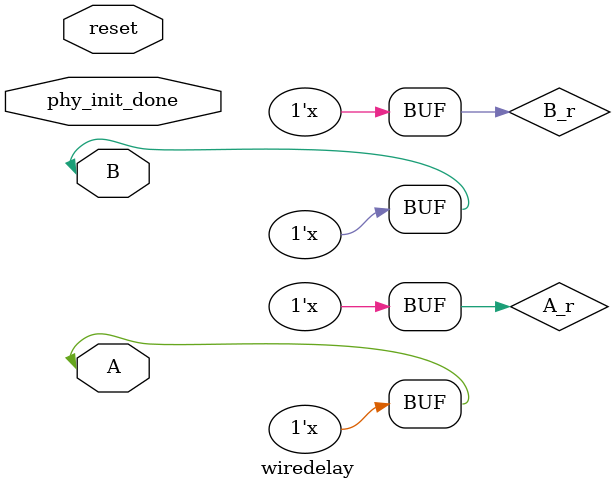
<source format=v>


// Model Limitations and Restrictions:
//   Signals asserted on the ports of the error injector should not have
//   transactions occuring in multiple delta times because the model
//   is sensitive to transactions on port A, B ONLY ONCE during
//   a simulation time.  Thus, once fired, a process will
//   not refire if there are multiple transactions occuring in delta times.
//   This condition may occur in gate level simulations with
//   ZERO delays because transactions may occur in multiple delta times.
//
// Reference        :
// Revision History :
//*****************************************************************************

`timescale 1ns / 1ps

module wiredelay # (
  parameter Delay_g = 0,
  parameter Delay_rd = 0,
  parameter ERR_INSERT = "OFF"
)
(
  inout A,
  inout B,
  input reset,
  input phy_init_done
);

  reg A_r;
  reg B_r;
  reg B_inv ;
  reg line_en;

  assign A = A_r;
  assign B = B_r;

  always@(*)
    if((B == 'b1) || (B == 'b0))
      B_inv <= #0 ~B ;
    else
      B_inv <= #0 'bz ;
   
//   B_inv = (B == 1'bz) ? 1'bz : ~B;

  always @(*) begin
    if (!reset) begin
      A_r <= 1'bz;
      B_r <= 1'bz;
      line_en <= 1'b0;
    end else begin
      if (line_en) begin
	B_r <= 1'bz;
	  if ((ERR_INSERT == "ON") & (phy_init_done))
            A_r <= #Delay_rd B_inv;
	  else
            A_r <= #Delay_rd B;
      end else begin
        B_r <= #Delay_g A;
	A_r <= 1'bz;
      end
    end
  end

  always @(A or B) begin
    if (!reset) begin
      line_en <= 1'b0;
    end else if (A !== A_r) begin
      line_en <= 1'b0;
    end else if (B_r !== B) begin
      line_en <= 1'b1;
    end else begin
      line_en <= line_en;
    end
  end
endmodule

</source>
